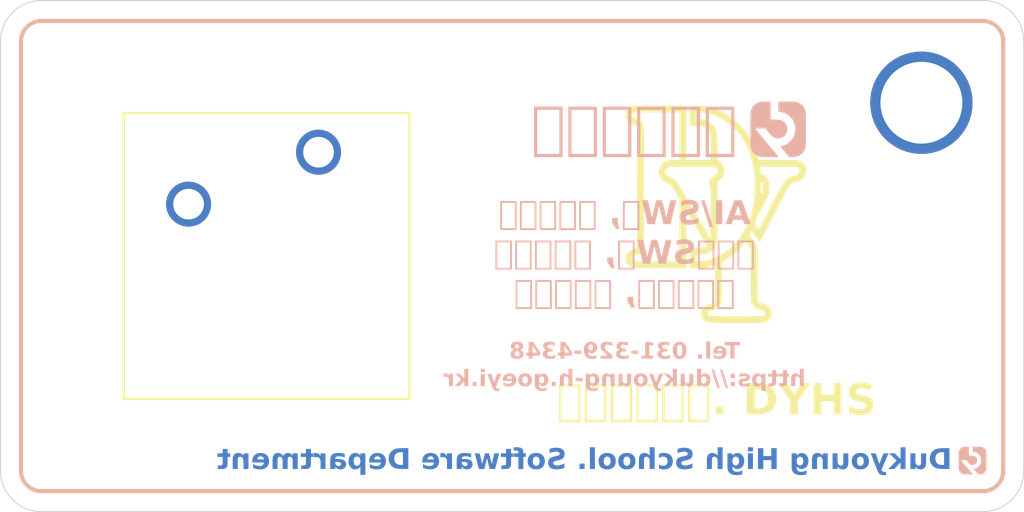
<source format=kicad_pcb>
(kicad_pcb (version 20240108) (generator "pcbnew") (generator_version "8.0")
  (layers (0 "F.Cu" signal) (31 "B.Cu" signal) (34 "B.Paste" user) (35 "F.Paste" user) (36 "B.SilkS" user "B.Silkscreen") (37 "F.SilkS" user "F.Silkscreen") (38 "B.Mask" user) (39 "F.Mask" user) (44 "Edge.Cuts" user))
  (net 0 "")
  (footprint "LOGO" (layer "F.Cu") (at 166.5 102.5)
    (property "Reference" "G***" (hide yes))
    (property "Value" "LOGO" (hide yes))
  )
  (footprint "Button_Switch_Keyboard:SW_Cherry_MX_1.00u_PCB" (layer "F.Cu") (at 147.54 99.42)
    (property "Reference" "SW1" (hide yes))
    (property "Value" "SW_Push" (hide yes))
    (pad "" np_thru_hole circle (at -7.62 5.08) (size 1.7 1.7) (drill 1.7) (layers "*.Cu" "*.Mask"))
    (pad "" np_thru_hole circle (at -2.54 5.08) (size 4 4) (drill 4) (layers "*.Cu" "*.Mask"))
    (pad "" np_thru_hole circle (at 2.54 5.08) (size 1.7 1.7) (drill 1.7) (layers "*.Cu" "*.Mask"))
    (pad "1" thru_hole circle (at 0 0) (size 2.2 2.2) (drill 1.5) (layers "*.Cu" "*.Mask"))
    (pad "2" thru_hole circle (at -6.35 2.54) (size 2.2 2.2) (drill 1.5) (layers "*.Cu" "*.Mask"))
  )
  (footprint "LOGO" (layer "B.Cu") (at 170 98.3 180)
    (property "Reference" "G***" (hide yes))
    (property "Value" "LOGO" (hide yes))
  )
  (footprint "LOGO" (layer "B.Cu") (at 179.5 114.5 180)
    (property "Reference" "G***" (hide yes))
    (property "Value" "LOGO" (hide yes))
  )
  (gr_line (start 181 94) (end 181 115) (stroke (width 0.2)) (layer "B.SilkS"))
  (gr_arc (start 180 93) (mid 180.707107 93.292893) (end 181 94) (stroke (width 0.2)) (layer "B.SilkS"))
  (gr_line (start 180 116) (end 134 116) (stroke (width 0.2)) (layer "B.SilkS"))
  (gr_arc (start 181 115) (mid 180.707107 115.707107) (end 180 116) (stroke (width 0.2)) (layer "B.SilkS"))
  (gr_arc (start 134 116) (mid 133.292892 115.707107) (end 133 115) (stroke (width 0.2)) (layer "B.SilkS"))
  (gr_line (start 133 115) (end 133 94) (stroke (width 0.2)) (layer "B.SilkS"))
  (gr_line (start 134 93) (end 180 93) (stroke (width 0.2)) (layer "B.SilkS"))
  (gr_arc (start 133 94) (mid 133.292893 93.292893) (end 134 93) (stroke (width 0.2)) (layer "B.SilkS"))
  (gr_line (start 180 116) (end 134 116) (stroke (width 0.2)) (layer "F.SilkS"))
  (gr_arc (start 134 116) (mid 133.292893 115.707107) (end 133 115) (stroke (width 0.2)) (layer "F.SilkS"))
  (gr_arc (start 133 94) (mid 133.292893 93.292893) (end 134 93) (stroke (width 0.2)) (layer "F.SilkS"))
  (gr_line (start 181 94) (end 181 115) (stroke (width 0.2)) (layer "F.SilkS"))
  (gr_arc (start 181 115) (mid 180.707107 115.707107) (end 180 116) (stroke (width 0.2)) (layer "F.SilkS"))
  (gr_line (start 133 115) (end 133 94) (stroke (width 0.2)) (layer "F.SilkS"))
  (gr_arc (start 180 93) (mid 180.707107 93.292893) (end 181 94) (stroke (width 0.2)) (layer "F.SilkS"))
  (gr_line (start 134 93) (end 180 93) (stroke (width 0.2)) (layer "F.SilkS"))
  (gr_arc (start 132 94) (mid 132.585786 92.585786) (end 134 92) (stroke (width 0.05)) (layer "Edge.Cuts"))
  (gr_line (start 132 115) (end 132 94) (stroke (width 0.05)) (layer "Edge.Cuts"))
  (gr_arc (start 134 117) (mid 132.585786 116.414214) (end 132 115) (stroke (width 0.05)) (layer "Edge.Cuts"))
  (gr_line (start 134 92) (end 180 92) (stroke (width 0.05)) (layer "Edge.Cuts"))
  (gr_line (start 182 94) (end 182 115) (stroke (width 0.05)) (layer "Edge.Cuts"))
  (gr_arc (start 180 92) (mid 181.414214 92.585786) (end 182 94) (stroke (width 0.05)) (layer "Edge.Cuts"))
  (gr_line (start 180 117) (end 134 117) (stroke (width 0.05)) (layer "Edge.Cuts"))
  (gr_arc (start 182 115) (mid 181.414214 116.414214) (end 180 117) (stroke (width 0.05)) (layer "Edge.Cuts"))
  (gr_text "소프트웨어부" (at 162.5 112.5 0) (layer "B.Cu") (effects (font (size 1.5 1.5) (thickness 0.3) (bold yes)) (justify left bottom)))
  (gr_text "소프트웨어부" (at 166.5 112.5 0) (layer "B.Cu") (effects (font (size 1.5 1.5) (thickness 0.3) (bold yes)) (justify left bottom mirror)))
  (gr_text "Dukyoung High School. Software Department" (at 178.5 114.5 0) (layer "B.Cu") (effects (font (size 1 1) (thickness 0.2) (bold yes)) (justify left mirror)))
  (gr_text "덕영고등학교" (at 168 99.5 0) (layer "B.SilkS") (effects (font (size 2 2) (thickness 0.3) (bold yes)) (justify left bottom mirror)))
  (gr_text "AI/SW과, 정보보안과\n그래픽SW과, 경영회계과\n빅데이터과, 보건간호과" (at 162.5 107 0) (layer "B.SilkS") (effects (font (size 1.15 1.15) (thickness 0.25) (bold yes)) (justify bottom mirror)))
  (gr_text "Tel. 031-329-4348\nhttps://dukyoung-h.goeyi.kr" (at 162.5 111 0) (layer "B.SilkS") (effects (font (size 0.8 0.8) (thickness 0.125) (bold yes)) (justify bottom mirror)))
  (gr_text "덕영고등학교. DYHS" (at 167 112.5 0) (layer "F.SilkS") (effects (font (size 1.5 1.5) (thickness 0.3) (bold yes)) (justify bottom)))
  (via (at 177 97) (size 5) (drill 4) (layers "F.Cu" "B.Cu") (net 0))
)
</source>
